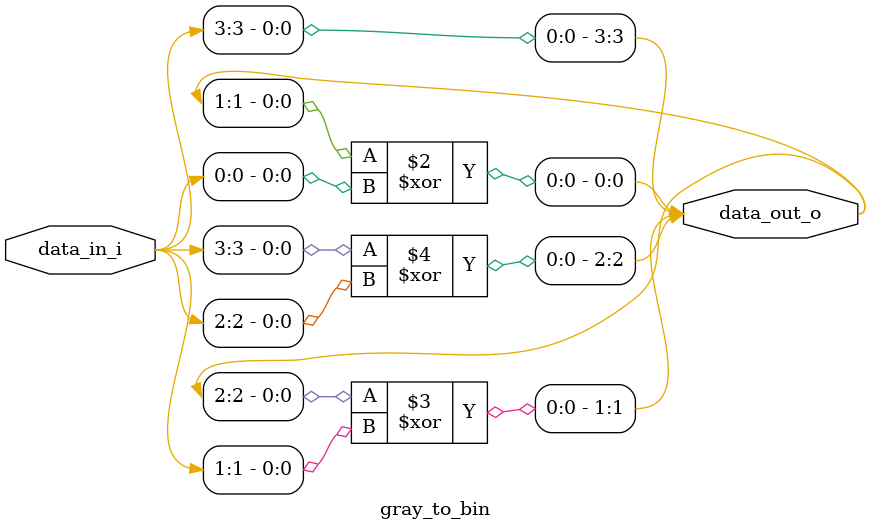
<source format=sv>
module gray_to_bin #(
    parameter int DATA_WIDTH = 4
) (
    // Input: Gray code to be converted
    input logic [DATA_WIDTH-1:0] data_in_i,

    // Output: Binary representation corresponding to the Gray-coded input
    output logic [DATA_WIDTH-1:0] data_out_o
);

  // For bits 0..(DATA_WIDTH-2): compute B[i] as XOR of computed B[i+1]
  // and current Gray bit G[i]. This effectively means
  // B[i] = G[i] ^ G[i+1] ^ ... ^ G[MSB] (implemented sequentially)
  for (genvar i = 0; i < (DATA_WIDTH - 1); i++) begin : g_lsb
    assign data_out_o[i] = data_out_o[1+i] ^ data_in_i[i];
  end

  // MSB directly mapped from Gray MSB
  assign data_out_o[DATA_WIDTH-1] = data_in_i[DATA_WIDTH-1];

endmodule

</source>
